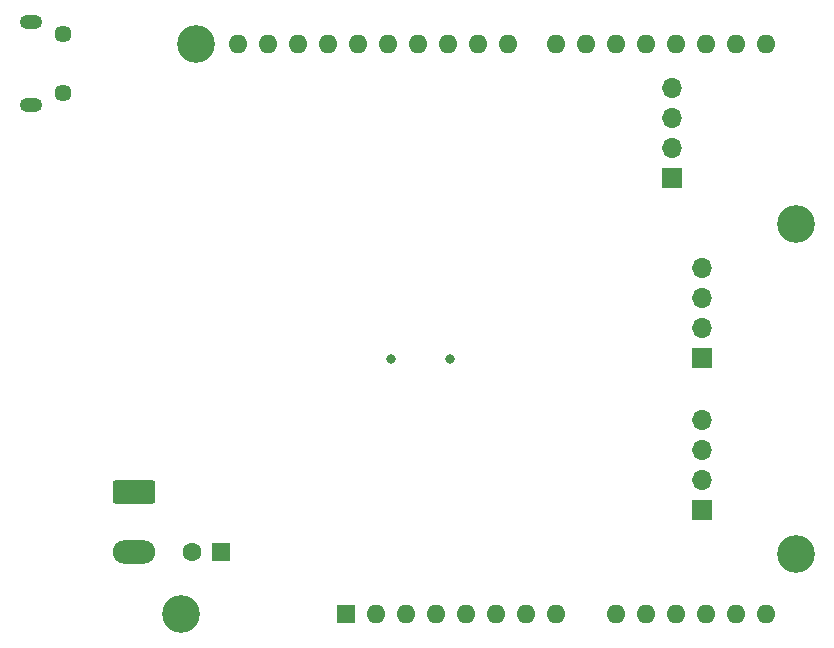
<source format=gbr>
%TF.GenerationSoftware,KiCad,Pcbnew,7.0.6*%
%TF.CreationDate,2024-01-14T11:56:24-05:00*%
%TF.ProjectId,Crystal Shield,43727973-7461-46c2-9053-6869656c642e,rev?*%
%TF.SameCoordinates,PX1312d00PY1312d00*%
%TF.FileFunction,Soldermask,Bot*%
%TF.FilePolarity,Negative*%
%FSLAX46Y46*%
G04 Gerber Fmt 4.6, Leading zero omitted, Abs format (unit mm)*
G04 Created by KiCad (PCBNEW 7.0.6) date 2024-01-14 11:56:24*
%MOMM*%
%LPD*%
G01*
G04 APERTURE LIST*
G04 Aperture macros list*
%AMRoundRect*
0 Rectangle with rounded corners*
0 $1 Rounding radius*
0 $2 $3 $4 $5 $6 $7 $8 $9 X,Y pos of 4 corners*
0 Add a 4 corners polygon primitive as box body*
4,1,4,$2,$3,$4,$5,$6,$7,$8,$9,$2,$3,0*
0 Add four circle primitives for the rounded corners*
1,1,$1+$1,$2,$3*
1,1,$1+$1,$4,$5*
1,1,$1+$1,$6,$7*
1,1,$1+$1,$8,$9*
0 Add four rect primitives between the rounded corners*
20,1,$1+$1,$2,$3,$4,$5,0*
20,1,$1+$1,$4,$5,$6,$7,0*
20,1,$1+$1,$6,$7,$8,$9,0*
20,1,$1+$1,$8,$9,$2,$3,0*%
G04 Aperture macros list end*
%ADD10R,1.700000X1.700000*%
%ADD11O,1.700000X1.700000*%
%ADD12R,1.600000X1.600000*%
%ADD13C,1.600000*%
%ADD14RoundRect,0.250000X-1.550000X0.750000X-1.550000X-0.750000X1.550000X-0.750000X1.550000X0.750000X0*%
%ADD15O,3.600000X2.000000*%
%ADD16O,1.900000X1.200000*%
%ADD17C,1.450000*%
%ADD18C,0.800000*%
%ADD19C,3.200000*%
%ADD20O,1.600000X1.600000*%
G04 APERTURE END LIST*
D10*
%TO.C,SPI1*%
X58350000Y-29440000D03*
D11*
X58350000Y-26900000D03*
X58350000Y-24360000D03*
X58350000Y-21820000D03*
%TD*%
D12*
%TO.C,CB1*%
X17632380Y-45790000D03*
D13*
X15132380Y-45790000D03*
%TD*%
D10*
%TO.C,TTY1*%
X55850000Y-14140000D03*
D11*
X55850000Y-11600000D03*
X55850000Y-9060000D03*
X55850000Y-6520000D03*
%TD*%
D14*
%TO.C,V1*%
X10277500Y-40790000D03*
D15*
X10277500Y-45790000D03*
%TD*%
D10*
%TO.C,PROG1*%
X58350000Y-42240000D03*
D11*
X58350000Y-39700000D03*
X58350000Y-37160000D03*
X58350000Y-34620000D03*
%TD*%
D16*
%TO.C,J1*%
X1550000Y-990000D03*
D17*
X4250000Y-1990000D03*
X4250000Y-6990000D03*
D16*
X1550000Y-7990000D03*
%TD*%
D18*
%TO.C,BOOT1*%
X37000000Y-29500000D03*
%TD*%
%TO.C,RESET1*%
X32000000Y-29500000D03*
%TD*%
D19*
%TO.C,A1*%
X14220000Y-51050000D03*
X15490000Y-2790000D03*
X66290000Y-18030000D03*
X66290000Y-45970000D03*
D12*
X28190000Y-51050000D03*
D20*
X30730000Y-51050000D03*
X33270000Y-51050000D03*
X35810000Y-51050000D03*
X38350000Y-51050000D03*
X40890000Y-51050000D03*
X43430000Y-51050000D03*
X45970000Y-51050000D03*
X51050000Y-51050000D03*
X53590000Y-51050000D03*
X56130000Y-51050000D03*
X58670000Y-51050000D03*
X61210000Y-51050000D03*
X63750000Y-51050000D03*
X63750000Y-2790000D03*
X61210000Y-2790000D03*
X58670000Y-2790000D03*
X56130000Y-2790000D03*
X53590000Y-2790000D03*
X51050000Y-2790000D03*
X48510000Y-2790000D03*
X45970000Y-2790000D03*
X41910000Y-2790000D03*
X39370000Y-2790000D03*
X36830000Y-2790000D03*
X34290000Y-2790000D03*
X31750000Y-2790000D03*
X29210000Y-2790000D03*
X26670000Y-2790000D03*
X24130000Y-2790000D03*
X21590000Y-2790000D03*
X19050000Y-2790000D03*
%TD*%
M02*

</source>
